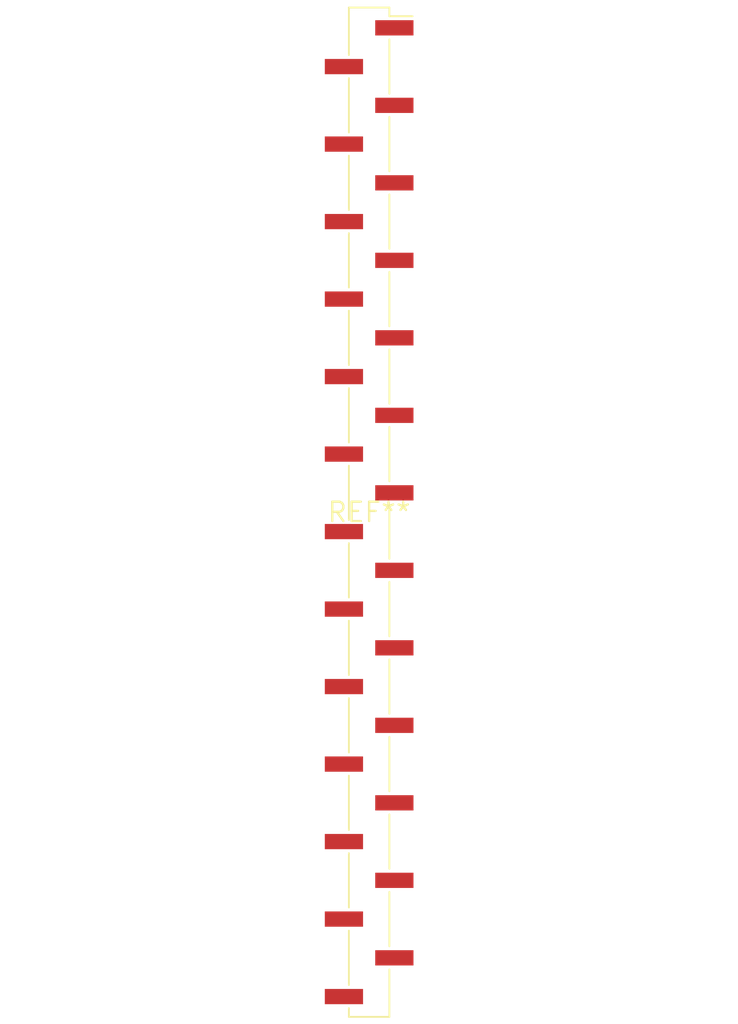
<source format=kicad_pcb>
(kicad_pcb (version 20240108) (generator pcbnew)
  (layers (0 "F.Cu" signal) (31 "B.Cu" signal) (34 "B.Paste" user) (35 "F.Paste" user) (36 "B.SilkS" user "B.Silkscreen") (37 "F.SilkS" user "F.Silkscreen") (38 "B.Mask" user) (39 "F.Mask" user) (44 "Edge.Cuts" user))
  (net 0 "")
  (footprint "PinHeader_1x26_P2.54mm_Vertical_SMD_Pin1Right" (layer "F.Cu") (at 0 0)
    (property "Reference" "REF**")
    (property "Value" "PinHeader_1x26_P2.54mm_Vertical_SMD_Pin1Right")
    (fp_line (start -1.33 -33.08) (end -1.33 -29.97) (layer "F.SilkS") (stroke (width 0.12)))
    (fp_line (start -1.33 -33.08) (end 1.33 -33.08) (layer "F.SilkS") (stroke (width 0.12)))
    (fp_line (start -1.33 -28.45) (end -1.33 -24.89) (layer "F.SilkS") (stroke (width 0.12)))
    (fp_line (start -1.33 -23.37) (end -1.33 -19.81) (layer "F.SilkS") (stroke (width 0.12)))
    (fp_line (start -1.33 -18.29) (end -1.33 -14.73) (layer "F.SilkS") (stroke (width 0.12)))
    (fp_line (start -1.33 -13.21) (end -1.33 -9.65) (layer "F.SilkS") (stroke (width 0.12)))
    (fp_line (start -1.33 -8.13) (end -1.33 -4.57) (layer "F.SilkS") (stroke (width 0.12)))
    (fp_line (start -1.33 -3.05) (end -1.33 0.51) (layer "F.SilkS") (stroke (width 0.12)))
    (fp_line (start -1.33 2.03) (end -1.33 5.59) (layer "F.SilkS") (stroke (width 0.12)))
    (fp_line (start -1.33 7.11) (end -1.33 10.67) (layer "F.SilkS") (stroke (width 0.12)))
    (fp_line (start -1.33 12.19) (end -1.33 15.75) (layer "F.SilkS") (stroke (width 0.12)))
    (fp_line (start -1.33 17.27) (end -1.33 20.83) (layer "F.SilkS") (stroke (width 0.12)))
    (fp_line (start -1.33 22.35) (end -1.33 25.91) (layer "F.SilkS") (stroke (width 0.12)))
    (fp_line (start -1.33 27.43) (end -1.33 30.99) (layer "F.SilkS") (stroke (width 0.12)))
    (fp_line (start -1.33 32.51) (end -1.33 33.08) (layer "F.SilkS") (stroke (width 0.12)))
    (fp_line (start -1.33 33.08) (end 1.33 33.08) (layer "F.SilkS") (stroke (width 0.12)))
    (fp_line (start 1.33 -33.08) (end 1.33 -32.51) (layer "F.SilkS") (stroke (width 0.12)))
    (fp_line (start 1.33 -32.51) (end 2.85 -32.51) (layer "F.SilkS") (stroke (width 0.12)))
    (fp_line (start 1.33 -30.99) (end 1.33 -27.43) (layer "F.SilkS") (stroke (width 0.12)))
    (fp_line (start 1.33 -25.91) (end 1.33 -22.35) (layer "F.SilkS") (stroke (width 0.12)))
    (fp_line (start 1.33 -20.83) (end 1.33 -17.27) (layer "F.SilkS") (stroke (width 0.12)))
    (fp_line (start 1.33 -15.75) (end 1.33 -12.19) (layer "F.SilkS") (stroke (width 0.12)))
    (fp_line (start 1.33 -10.67) (end 1.33 -7.11) (layer "F.SilkS") (stroke (width 0.12)))
    (fp_line (start 1.33 -5.59) (end 1.33 -2.03) (layer "F.SilkS") (stroke (width 0.12)))
    (fp_line (start 1.33 -0.51) (end 1.33 3.05) (layer "F.SilkS") (stroke (width 0.12)))
    (fp_line (start 1.33 4.57) (end 1.33 8.13) (layer "F.SilkS") (stroke (width 0.12)))
    (fp_line (start 1.33 9.65) (end 1.33 13.21) (layer "F.SilkS") (stroke (width 0.12)))
    (fp_line (start 1.33 14.73) (end 1.33 18.29) (layer "F.SilkS") (stroke (width 0.12)))
    (fp_line (start 1.33 19.81) (end 1.33 23.37) (layer "F.SilkS") (stroke (width 0.12)))
    (fp_line (start 1.33 24.89) (end 1.33 28.45) (layer "F.SilkS") (stroke (width 0.12)))
    (fp_line (start 1.33 29.97) (end 1.33 33.08) (layer "F.SilkS") (stroke (width 0.12)))
    (pad "1" smd rect (at 1.655 -31.75) (size 2.51 1) (layers "F.Cu" "F.Paste" "F.Mask"))
    (pad "2" smd rect (at -1.655 -29.21) (size 2.51 1) (layers "F.Cu" "F.Paste" "F.Mask"))
    (pad "3" smd rect (at 1.655 -26.67) (size 2.51 1) (layers "F.Cu" "F.Paste" "F.Mask"))
    (pad "4" smd rect (at -1.655 -24.13) (size 2.51 1) (layers "F.Cu" "F.Paste" "F.Mask"))
    (pad "5" smd rect (at 1.655 -21.59) (size 2.51 1) (layers "F.Cu" "F.Paste" "F.Mask"))
    (pad "6" smd rect (at -1.655 -19.05) (size 2.51 1) (layers "F.Cu" "F.Paste" "F.Mask"))
    (pad "7" smd rect (at 1.655 -16.51) (size 2.51 1) (layers "F.Cu" "F.Paste" "F.Mask"))
    (pad "8" smd rect (at -1.655 -13.97) (size 2.51 1) (layers "F.Cu" "F.Paste" "F.Mask"))
    (pad "9" smd rect (at 1.655 -11.43) (size 2.51 1) (layers "F.Cu" "F.Paste" "F.Mask"))
    (pad "10" smd rect (at -1.655 -8.89) (size 2.51 1) (layers "F.Cu" "F.Paste" "F.Mask"))
    (pad "11" smd rect (at 1.655 -6.35) (size 2.51 1) (layers "F.Cu" "F.Paste" "F.Mask"))
    (pad "12" smd rect (at -1.655 -3.81) (size 2.51 1) (layers "F.Cu" "F.Paste" "F.Mask"))
    (pad "13" smd rect (at 1.655 -1.27) (size 2.51 1) (layers "F.Cu" "F.Paste" "F.Mask"))
    (pad "14" smd rect (at -1.655 1.27) (size 2.51 1) (layers "F.Cu" "F.Paste" "F.Mask"))
    (pad "15" smd rect (at 1.655 3.81) (size 2.51 1) (layers "F.Cu" "F.Paste" "F.Mask"))
    (pad "16" smd rect (at -1.655 6.35) (size 2.51 1) (layers "F.Cu" "F.Paste" "F.Mask"))
    (pad "17" smd rect (at 1.655 8.89) (size 2.51 1) (layers "F.Cu" "F.Paste" "F.Mask"))
    (pad "18" smd rect (at -1.655 11.43) (size 2.51 1) (layers "F.Cu" "F.Paste" "F.Mask"))
    (pad "19" smd rect (at 1.655 13.97) (size 2.51 1) (layers "F.Cu" "F.Paste" "F.Mask"))
    (pad "20" smd rect (at -1.655 16.51) (size 2.51 1) (layers "F.Cu" "F.Paste" "F.Mask"))
    (pad "21" smd rect (at 1.655 19.05) (size 2.51 1) (layers "F.Cu" "F.Paste" "F.Mask"))
    (pad "22" smd rect (at -1.655 21.59) (size 2.51 1) (layers "F.Cu" "F.Paste" "F.Mask"))
    (pad "23" smd rect (at 1.655 24.13) (size 2.51 1) (layers "F.Cu" "F.Paste" "F.Mask"))
    (pad "24" smd rect (at -1.655 26.67) (size 2.51 1) (layers "F.Cu" "F.Paste" "F.Mask"))
    (pad "25" smd rect (at 1.655 29.21) (size 2.51 1) (layers "F.Cu" "F.Paste" "F.Mask"))
    (pad "26" smd rect (at -1.655 31.75) (size 2.51 1) (layers "F.Cu" "F.Paste" "F.Mask"))
  )
)
</source>
